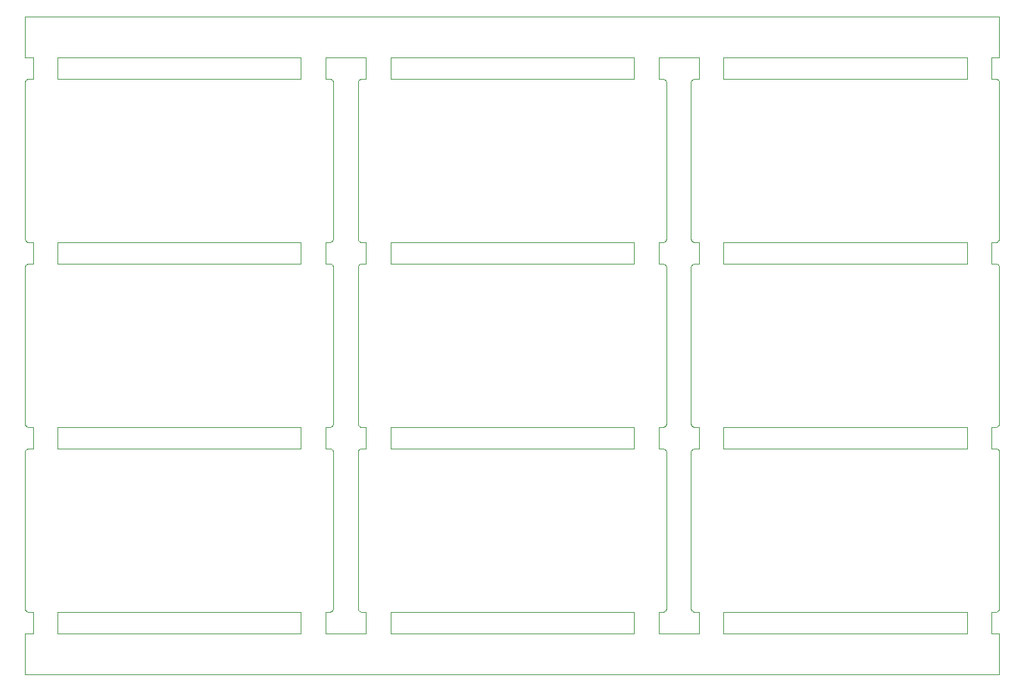
<source format=gm1>
%TF.GenerationSoftware,KiCad,Pcbnew,7.0.5*%
%TF.CreationDate,2023-06-23T14:23:02+02:00*%
%TF.ProjectId,candleLightfd-S01_3x3,63616e64-6c65-44c6-9967-687466642d53,R01*%
%TF.SameCoordinates,PX54d44f0PY5fbfb80*%
%TF.FileFunction,Profile,NP*%
%FSLAX46Y46*%
G04 Gerber Fmt 4.6, Leading zero omitted, Abs format (unit mm)*
G04 Created by KiCad (PCBNEW 7.0.5) date 2023-06-23 14:23:02*
%MOMM*%
%LPD*%
G01*
G04 APERTURE LIST*
%TA.AperFunction,Profile*%
%ADD10C,0.100000*%
%TD*%
G04 APERTURE END LIST*
D10*
X41099350Y50189765D02*
X41050318Y50177070D01*
X81451097Y7879803D02*
X81475677Y7835518D01*
X37200000Y72800000D02*
X36750000Y72800000D01*
X40731123Y72473653D02*
X40715961Y72425327D01*
X81440521Y7902823D02*
X81451097Y7879803D01*
X82400000Y75400000D02*
X82400000Y75400000D01*
X81520620Y52974314D02*
X81537603Y52955517D01*
X78279379Y50025687D02*
X78262396Y50044484D01*
X449415Y50197435D02*
X424286Y50194235D01*
X326347Y30231124D02*
X374673Y30215962D01*
X37689764Y30599351D02*
X37697434Y30649416D01*
X37648902Y27320198D02*
X37624322Y27364483D01*
X37637173Y30457350D02*
X37659478Y30502823D01*
X37200000Y30200000D02*
X37250584Y30202566D01*
X37700000Y27100000D02*
X37697434Y27150585D01*
X399350Y7610236D02*
X449415Y7602566D01*
X78359478Y49897178D02*
X78348902Y49920198D01*
X74450000Y30200000D02*
X74450000Y28900000D01*
X33750000Y27600000D02*
X4000000Y27600000D01*
X4000000Y51500000D02*
X4000000Y51500000D01*
X40855516Y50062397D02*
X40820620Y50025687D01*
X37464482Y30275678D02*
X37506052Y30304613D01*
X40521Y53102823D02*
X62826Y53057350D01*
X75677Y27364483D02*
X51097Y27320198D01*
X78397434Y72350585D02*
X78389764Y72400650D01*
X81489618Y49985635D02*
X81462826Y49942651D01*
X40702565Y8049416D02*
X40705765Y8024287D01*
X41124286Y72794235D02*
X41099350Y72789765D01*
X81849415Y30202566D02*
X81900000Y30200000D01*
X78225686Y27479380D02*
X78206052Y27495388D01*
X104612Y7793948D02*
X120620Y7774314D01*
X37200000Y50200000D02*
X36750000Y50200000D01*
X81462826Y49942651D02*
X81451097Y49920198D01*
X4000000Y75400000D02*
X33750000Y75400000D01*
X37684038Y72425327D02*
X37668876Y72473653D01*
X118885634Y50110382D02*
X118842650Y50137174D01*
X81440521Y30502823D02*
X81451097Y30479803D01*
X78377069Y49849682D02*
X78359478Y49897178D01*
X78310381Y53014366D02*
X78337173Y53057350D01*
X40751097Y72520198D02*
X40731123Y72473653D01*
X119089764Y53199351D02*
X119097434Y53249416D01*
X41700000Y5000000D02*
X36750000Y5000000D01*
X155516Y52937604D02*
X193947Y52904613D01*
X81422930Y53150319D02*
X81440521Y53102823D01*
X89618Y49985635D02*
X62826Y49942651D01*
X37420197Y30251098D02*
X37464482Y30275678D01*
X424286Y27594235D02*
X399350Y27589765D01*
X115150000Y27600000D02*
X85400000Y27600000D01*
X81400000Y8100000D02*
X81402565Y8049416D01*
X78244483Y27462397D02*
X78225686Y27479380D01*
X40700000Y49700000D02*
X40700000Y30700000D01*
X41050318Y7622931D02*
X41099350Y7610236D01*
X118944483Y50062397D02*
X118906052Y50095388D01*
X40855516Y27462397D02*
X40820620Y27425687D01*
X118979379Y27425687D02*
X118944483Y27462397D01*
X155516Y27462397D02*
X120620Y27425687D01*
X37250584Y52802566D02*
X37300649Y52810236D01*
X78262396Y72644484D02*
X78225686Y72679380D01*
X81593947Y30304613D02*
X81635517Y30275678D01*
X78397434Y27150585D02*
X78389764Y27200650D01*
X279802Y30251098D02*
X326347Y30231124D01*
X0Y75400000D02*
X1000000Y75400000D01*
X78377069Y53150319D02*
X78389764Y53199351D01*
X41700000Y30200000D02*
X41700000Y28900000D01*
X40775677Y7835518D02*
X40804612Y7793948D01*
X37349681Y7622931D02*
X37397177Y7640522D01*
X40731123Y53126348D02*
X40740521Y53102823D01*
X40715961Y49825327D02*
X40705765Y49775714D01*
X40521Y7902823D02*
X51097Y7879803D01*
X302822Y7640522D02*
X350318Y7622931D01*
X118906052Y50095388D02*
X118885634Y50110382D01*
X81799350Y52810236D02*
X81849415Y52802566D01*
X40700000Y72300000D02*
X40700000Y53300000D01*
X78097177Y7640522D02*
X78142650Y7662827D01*
X193947Y50095388D02*
X174313Y50079380D01*
X115150000Y5000000D02*
X115150000Y5000000D01*
X78000649Y7610236D02*
X78049681Y7622931D01*
X115150000Y52800000D02*
X115150000Y51500000D01*
X350318Y50177070D02*
X302822Y50159479D01*
X40893947Y52904613D02*
X40914365Y52889619D01*
X81774673Y27584039D02*
X81750318Y27577070D01*
X40702565Y72350585D02*
X40700000Y72300000D01*
X40715961Y27225327D02*
X40705765Y27175714D01*
X118979379Y7774314D02*
X119010381Y7814366D01*
X119084038Y49825327D02*
X119077069Y49849682D01*
X37442650Y50137174D02*
X37420197Y50148903D01*
X77950584Y7602566D02*
X78000649Y7610236D01*
X36750000Y75400000D02*
X41700000Y75400000D01*
X41700000Y51500000D02*
X41700000Y50200000D01*
X81402565Y30649416D02*
X81405765Y30624287D01*
X81440521Y72497178D02*
X81422930Y72449682D01*
X120620Y52974314D02*
X155516Y52937604D01*
X40855516Y72662397D02*
X40820620Y72625687D01*
X81504612Y52993948D02*
X81520620Y52974314D01*
X41700000Y7600000D02*
X41700000Y5000000D01*
X118600000Y27600000D02*
X118150000Y27600000D01*
X235517Y27524323D02*
X193947Y27495388D01*
X82400000Y30200000D02*
X82400000Y28900000D01*
X119089764Y7999351D02*
X119097434Y8049416D01*
X78359478Y53102823D02*
X78377069Y53150319D01*
X78348902Y27320198D02*
X78324322Y27364483D01*
X302822Y52840522D02*
X350318Y52822931D01*
X118979379Y72625687D02*
X118944483Y72662397D01*
X37544483Y27462397D02*
X37506052Y27495388D01*
X41050318Y27577070D02*
X41002822Y27559479D01*
X118650584Y72797435D02*
X118600000Y72800000D01*
X118820197Y50148903D02*
X118773652Y50168877D01*
X78400000Y30700000D02*
X78400000Y49700000D01*
X37300649Y52810236D02*
X37349681Y52822931D01*
X257349Y50137174D02*
X235517Y50124323D01*
X78310381Y30414366D02*
X78337173Y30457350D01*
X74450000Y51500000D02*
X74450000Y51500000D01*
X119099358Y49725325D02*
X119094234Y49775714D01*
X77450000Y5000000D02*
X77450000Y7600000D01*
X36750000Y51500000D02*
X36750000Y52800000D01*
X40702565Y53249416D02*
X40705765Y53224287D01*
X37697434Y27150585D02*
X37694234Y27175714D01*
X31123Y72473653D02*
X15961Y72425327D01*
X37397177Y72759479D02*
X37349681Y72777070D01*
X33750000Y5000000D02*
X4000000Y5000000D01*
X155516Y72662397D02*
X120620Y72625687D01*
X40751097Y49920198D02*
X40731123Y49873653D01*
X37624322Y49964483D02*
X37595387Y50006053D01*
X37637173Y7857350D02*
X37659478Y7902823D01*
X85400000Y75400000D02*
X115150000Y75400000D01*
X37579379Y50025687D02*
X37544483Y50062397D01*
X81702822Y50159479D02*
X81679802Y50148903D01*
X78000649Y30210236D02*
X78049681Y30222931D01*
X1000000Y75400000D02*
X1000000Y72800000D01*
X78206052Y27495388D02*
X78164482Y27524323D01*
X193947Y30304613D02*
X214365Y30289619D01*
X41149415Y30202566D02*
X41200000Y30200000D01*
X41050318Y52822931D02*
X41099350Y52810236D01*
X37694234Y49775714D02*
X37684038Y49825327D01*
X36750000Y5000000D02*
X36750000Y7600000D01*
X81504612Y7793948D02*
X81520620Y7774314D01*
X31123Y53126348D02*
X40521Y53102823D01*
X81462826Y72542651D02*
X81451097Y72520198D01*
X78359478Y30502823D02*
X78377069Y30550319D01*
X81614365Y50110382D02*
X81574313Y50079380D01*
X2565Y72350585D02*
X0Y72300000D01*
X120620Y50025687D02*
X89618Y49985635D01*
X81402565Y72350585D02*
X81400000Y72300000D01*
X40820620Y52974314D02*
X40855516Y52937604D01*
X40731123Y49873653D02*
X40715961Y49825327D01*
X40705765Y30624287D02*
X40715961Y30574674D01*
X118995387Y50006053D02*
X118979379Y50025687D01*
X41149415Y72797435D02*
X41124286Y72794235D01*
X37637173Y49942651D02*
X37624322Y49964483D01*
X118820197Y27548903D02*
X118797177Y27559479D01*
X78397434Y53249416D02*
X78400000Y53300000D01*
X37700000Y53300000D02*
X37700000Y72300000D01*
X81415961Y53174674D02*
X81422930Y53150319D01*
X78397434Y49750585D02*
X78389764Y49800650D01*
X115150000Y28900000D02*
X115150000Y27600000D01*
X214365Y30289619D02*
X257349Y30262827D01*
X449415Y72797435D02*
X424286Y72794235D01*
X81849415Y50197435D02*
X81799350Y50189765D01*
X41074673Y30215962D02*
X41124286Y30205766D01*
X40893947Y27495388D02*
X40874313Y27479380D01*
X119094234Y72375714D02*
X119084038Y72425327D01*
X119010381Y53014366D02*
X119037173Y53057350D01*
X41200000Y7600000D02*
X41700000Y7600000D01*
X44700000Y52800000D02*
X74450000Y52800000D01*
X81774673Y72784039D02*
X81726347Y72768877D01*
X4000000Y7600000D02*
X33750000Y7600000D01*
X37544483Y52937604D02*
X37579379Y52974314D01*
X78097177Y30240522D02*
X78142650Y30262827D01*
X37397177Y27559479D02*
X37349681Y27577070D01*
X40837603Y30355517D02*
X40855516Y30337604D01*
X81504612Y30393948D02*
X81520620Y30374314D01*
X118979379Y30374314D02*
X119010381Y30414366D01*
X174313Y27479380D02*
X155516Y27462397D01*
X118150000Y5000000D02*
X118150000Y7600000D01*
X399350Y27589765D02*
X350318Y27577070D01*
X81415961Y7974674D02*
X81422930Y7950319D01*
X40789618Y49985635D02*
X40762826Y49942651D01*
X78000649Y72789765D02*
X77950584Y72797435D01*
X0Y80400000D02*
X0Y75400000D01*
X81475677Y7835518D02*
X81504612Y7793948D01*
X81520620Y7774314D02*
X81555516Y7737604D01*
X1000000Y5000000D02*
X0Y5000000D01*
X36750000Y30200000D02*
X37200000Y30200000D01*
X78262396Y52955517D02*
X78295387Y52993948D01*
X118600000Y30200000D02*
X118650584Y30202566D01*
X118773652Y50168877D02*
X118749681Y50177070D01*
X119100000Y53300000D02*
X119100000Y72300000D01*
X118797177Y27559479D02*
X118749681Y27577070D01*
X78377069Y72449682D02*
X78359478Y72497178D01*
X77950584Y30202566D02*
X78000649Y30210236D01*
X77450000Y27600000D02*
X77450000Y28900000D01*
X81520620Y72625687D02*
X81489618Y72585635D01*
X81679802Y27548903D02*
X81635517Y27524323D01*
X33750000Y28900000D02*
X33750000Y27600000D01*
X37689764Y7999351D02*
X37697434Y8049416D01*
X81451097Y27320198D02*
X81440521Y27297178D01*
X40893947Y72695388D02*
X40874313Y72679380D01*
X85400000Y27600000D02*
X85400000Y28900000D01*
X78400000Y27100000D02*
X78397434Y27150585D01*
X78295387Y52993948D02*
X78310381Y53014366D01*
X44700000Y75400000D02*
X74450000Y75400000D01*
X40874313Y27479380D02*
X40855516Y27462397D01*
X40935517Y50124323D02*
X40893947Y50095388D01*
X174313Y72679380D02*
X155516Y72662397D01*
X118749681Y52822931D02*
X118797177Y52840522D01*
X118150000Y72800000D02*
X118150000Y75400000D01*
X51097Y27320198D02*
X31123Y27273653D01*
X37659478Y27297178D02*
X37648902Y27320198D01*
X82400000Y75400000D02*
X82400000Y72800000D01*
X44700000Y27600000D02*
X44700000Y27600000D01*
X78377069Y30550319D02*
X78389764Y30599351D01*
X37684038Y27225327D02*
X37668876Y27273653D01*
X85400000Y30200000D02*
X115150000Y30200000D01*
X1000000Y50200000D02*
X500000Y50200000D01*
X41200000Y52800000D02*
X41700000Y52800000D01*
X37689764Y53199351D02*
X37697434Y53249416D01*
X37677069Y7950319D02*
X37689764Y7999351D01*
X41124286Y50194235D02*
X41099350Y50189765D01*
X44700000Y51500000D02*
X44700000Y52800000D01*
X37442650Y27537174D02*
X37420197Y27548903D01*
X81402565Y49750585D02*
X81400000Y49700000D01*
X82400000Y52800000D02*
X82400000Y51500000D01*
X37579379Y7774314D02*
X37610381Y7814366D01*
X40705765Y53224287D02*
X40715961Y53174674D01*
X77450000Y72800000D02*
X77450000Y75400000D01*
X41700000Y27600000D02*
X41200000Y27600000D01*
X40762826Y72542651D02*
X40751097Y72520198D01*
X119059478Y72497178D02*
X119048902Y72520198D01*
X85400000Y7600000D02*
X115150000Y7600000D01*
X118749681Y30222931D02*
X118797177Y30240522D01*
X78389764Y27200650D02*
X78384038Y27225327D01*
X78324322Y49964483D02*
X78295387Y50006053D01*
X118650584Y27597435D02*
X118600000Y27600000D01*
X78389764Y72400650D02*
X78384038Y72425327D01*
X118700649Y7610236D02*
X118749681Y7622931D01*
X81520620Y27425687D02*
X81504612Y27406053D01*
X78225686Y50079380D02*
X78185634Y50110382D01*
X51097Y7879803D02*
X75677Y7835518D01*
X500000Y27600000D02*
X449415Y27597435D01*
X41149415Y50197435D02*
X41124286Y50194235D01*
X78295387Y72606053D02*
X78279379Y72625687D01*
X424286Y72794235D02*
X399350Y72789765D01*
X37694234Y72375714D02*
X37684038Y72425327D01*
X81702822Y27559479D02*
X81679802Y27548903D01*
X40893947Y7704613D02*
X40914365Y7689619D01*
X81410235Y72400650D02*
X81402565Y72350585D01*
X74450000Y7600000D02*
X74450000Y7600000D01*
X119037173Y53057350D02*
X119059478Y53102823D01*
X4000000Y51500000D02*
X4000000Y52800000D01*
X118797177Y7640522D02*
X118842650Y7662827D01*
X2565Y53249416D02*
X5765Y53224287D01*
X81750318Y7622931D02*
X81799350Y7610236D01*
X118600000Y50200000D02*
X118150000Y50200000D01*
X77450000Y30200000D02*
X77900000Y30200000D01*
X81824286Y30205766D02*
X81849415Y30202566D01*
X81702822Y7640522D02*
X81750318Y7622931D01*
X81679802Y7651098D02*
X81702822Y7640522D01*
X118700649Y30210236D02*
X118749681Y30222931D01*
X40715961Y7974674D02*
X40731123Y7926348D01*
X40820620Y27425687D02*
X40804612Y27406053D01*
X37684038Y49825327D02*
X37668876Y49873653D01*
X37464482Y52875678D02*
X37506052Y52904613D01*
X78142650Y52862827D02*
X78185634Y52889619D01*
X118700649Y50189765D02*
X118650584Y50197435D01*
X74450000Y27600000D02*
X44700000Y27600000D01*
X37397177Y50159479D02*
X37349681Y50177070D01*
X119099358Y72325325D02*
X119094234Y72375714D01*
X37275713Y30205766D02*
X37325326Y30215962D01*
X81679802Y52851098D02*
X81726347Y52831124D01*
X40700000Y8100000D02*
X40702565Y8049416D01*
X41099350Y7610236D02*
X41149415Y7602566D01*
X0Y5000000D02*
X0Y0D01*
X118150000Y75400000D02*
X119100000Y75400000D01*
X40702565Y49750585D02*
X40700000Y49700000D01*
X81799350Y7610236D02*
X81849415Y7602566D01*
X81726347Y72768877D02*
X81702822Y72759479D01*
X37595387Y27406053D02*
X37579379Y27425687D01*
X119100000Y75400000D02*
X119100000Y80400000D01*
X37697434Y49750585D02*
X37694234Y49775714D01*
X78400000Y49700000D02*
X78397434Y49750585D01*
X0Y27100000D02*
X0Y8100000D01*
X449415Y30202566D02*
X500000Y30200000D01*
X81574313Y27479380D02*
X81537603Y27444484D01*
X40715961Y72425327D02*
X40705765Y72375714D01*
X115150000Y72800000D02*
X85400000Y72800000D01*
X62826Y72542651D02*
X51097Y72520198D01*
X85400000Y5000000D02*
X85400000Y7600000D01*
X81410235Y7999351D02*
X81415961Y7974674D01*
X74450000Y72800000D02*
X44700000Y72800000D01*
X118842650Y7662827D02*
X118885634Y7689619D01*
X119024322Y72564483D02*
X118995387Y72606053D01*
X85400000Y28900000D02*
X85400000Y28900000D01*
X118906052Y72695388D02*
X118885634Y72710382D01*
X36750000Y7600000D02*
X37200000Y7600000D01*
X37442650Y7662827D02*
X37485634Y7689619D01*
X119037173Y7857350D02*
X119059478Y7902823D01*
X350318Y7622931D02*
X399350Y7610236D01*
X81402565Y8049416D02*
X81410235Y7999351D01*
X40957349Y72737174D02*
X40935517Y72724323D01*
X37442650Y52862827D02*
X37464482Y52875678D01*
X78000649Y27589765D02*
X77950584Y27597435D01*
X81555516Y7737604D02*
X81574313Y7720621D01*
X214365Y7689619D02*
X257349Y7662827D01*
X500000Y30200000D02*
X1000000Y30200000D01*
X119100000Y8100000D02*
X119100000Y27100000D01*
X118944483Y52937604D02*
X118979379Y52974314D01*
X81635517Y30275678D02*
X81679802Y30251098D01*
X235517Y50124323D02*
X193947Y50095388D01*
X81422930Y27249682D02*
X81410235Y27200650D01*
X155516Y30337604D02*
X193947Y30304613D01*
X0Y30700000D02*
X2565Y30649416D01*
X2565Y30649416D02*
X5765Y30624287D01*
X40751097Y27320198D02*
X40731123Y27273653D01*
X1000000Y72800000D02*
X500000Y72800000D01*
X118995387Y72606053D02*
X118979379Y72625687D01*
X119100000Y27100000D02*
X119099358Y27125325D01*
X104612Y27406053D02*
X75677Y27364483D01*
X40893947Y50095388D02*
X40874313Y50079380D01*
X81726347Y50168877D02*
X81702822Y50159479D01*
X37200000Y52800000D02*
X37250584Y52802566D01*
X118906052Y52904613D02*
X118944483Y52937604D01*
X37700000Y49700000D02*
X37697434Y49750585D01*
X119059478Y30502823D02*
X119077069Y30550319D01*
X40855516Y7737604D02*
X40893947Y7704613D01*
X81702822Y72759479D02*
X81679802Y72748903D01*
X37637173Y72542651D02*
X37624322Y72564483D01*
X78164482Y27524323D02*
X78120197Y27548903D01*
X78348902Y7879803D02*
X78359478Y7902823D01*
X41124286Y27594235D02*
X41099350Y27589765D01*
X40979802Y27548903D02*
X40935517Y27524323D01*
X40855516Y30337604D02*
X40893947Y30304613D01*
X37579379Y27425687D02*
X37544483Y27462397D01*
X78120197Y72748903D02*
X78073652Y72768877D01*
X78185634Y52889619D02*
X78225686Y52920621D01*
X75677Y7835518D02*
X104612Y7793948D01*
X40751097Y7879803D02*
X40775677Y7835518D01*
X137603Y30355517D02*
X155516Y30337604D01*
X37485634Y27510382D02*
X37442650Y27537174D01*
X77900000Y72800000D02*
X77450000Y72800000D01*
X119094234Y49775714D02*
X119084038Y49825327D01*
X78000649Y52810236D02*
X78049681Y52822931D01*
X37694234Y27175714D02*
X37684038Y27225327D01*
X40957349Y50137174D02*
X40935517Y50124323D01*
X81402565Y53249416D02*
X81410235Y53199351D01*
X81849415Y72797435D02*
X81799350Y72789765D01*
X119010381Y30414366D02*
X119037173Y30457350D01*
X37579379Y52974314D02*
X37610381Y53014366D01*
X81574313Y7720621D02*
X81593947Y7704613D01*
X44700000Y27600000D02*
X44700000Y28900000D01*
X31123Y30526348D02*
X51097Y30479803D01*
X40700000Y27100000D02*
X40700000Y8100000D01*
X78384038Y49825327D02*
X78377069Y49849682D01*
X119077069Y53150319D02*
X119089764Y53199351D01*
X78389764Y53199351D02*
X78397434Y53249416D01*
X37544483Y50062397D02*
X37506052Y50095388D01*
X78397434Y8049416D02*
X78400000Y8100000D01*
X15961Y49825327D02*
X5765Y49775714D01*
X78000649Y50189765D02*
X77950584Y50197435D01*
X399350Y72789765D02*
X350318Y72777070D01*
X78389764Y7999351D02*
X78397434Y8049416D01*
X37624322Y72564483D02*
X37595387Y72606053D01*
X37677069Y30550319D02*
X37689764Y30599351D01*
X37200000Y7600000D02*
X37250584Y7602566D01*
X40722930Y30550319D02*
X40731123Y30526348D01*
X62826Y53057350D02*
X75677Y53035518D01*
X37506052Y27495388D02*
X37485634Y27510382D01*
X78164482Y72724323D02*
X78120197Y72748903D01*
X78225686Y30320621D02*
X78262396Y30355517D01*
X85400000Y52800000D02*
X115150000Y52800000D01*
X118650584Y50197435D02*
X118600000Y50200000D01*
X302822Y50159479D02*
X257349Y50137174D01*
X1000000Y27600000D02*
X500000Y27600000D01*
X118749681Y27577070D02*
X118700649Y27589765D01*
X374673Y30215962D02*
X424286Y30205766D01*
X118820197Y72748903D02*
X118773652Y72768877D01*
X74450000Y5000000D02*
X44700000Y5000000D01*
X77450000Y75400000D02*
X82400000Y75400000D01*
X500000Y50200000D02*
X449415Y50197435D01*
X37250584Y50197435D02*
X37200000Y50200000D01*
X15961Y53174674D02*
X31123Y53126348D01*
X78384038Y27225327D02*
X78377069Y27249682D01*
X40914365Y30289619D02*
X40957349Y30262827D01*
X118885634Y72710382D02*
X118842650Y72737174D01*
X33750000Y7600000D02*
X33750000Y7600000D01*
X120620Y72625687D02*
X89618Y72585635D01*
X119048902Y72520198D02*
X119024322Y72564483D01*
X81750318Y27577070D02*
X81702822Y27559479D01*
X119010381Y7814366D02*
X119037173Y7857350D01*
X78073652Y72768877D02*
X78025326Y72784039D01*
X78073652Y50168877D02*
X78025326Y50184039D01*
X37610381Y53014366D02*
X37637173Y53057350D01*
X44700000Y72800000D02*
X44700000Y75400000D01*
X78359478Y72497178D02*
X78348902Y72520198D01*
X37250584Y27597435D02*
X37200000Y27600000D01*
X81635517Y7675678D02*
X81679802Y7651098D01*
X104612Y52993948D02*
X120620Y52974314D01*
X74450000Y75400000D02*
X74450000Y72800000D01*
X81451097Y72520198D02*
X81440521Y72497178D01*
X15961Y72425327D02*
X5765Y72375714D01*
X81574313Y72679380D02*
X81537603Y72644484D01*
X118150000Y52800000D02*
X118600000Y52800000D01*
X81451097Y30479803D02*
X81475677Y30435518D01*
X81475677Y27364483D02*
X81451097Y27320198D01*
X118979379Y52974314D02*
X119010381Y53014366D01*
X0Y72300000D02*
X0Y53300000D01*
X257349Y52862827D02*
X279802Y52851098D01*
X37200000Y27600000D02*
X36750000Y27600000D01*
X40957349Y52862827D02*
X40979802Y52851098D01*
X41099350Y52810236D02*
X41149415Y52802566D01*
X78185634Y72710382D02*
X78164482Y72724323D01*
X81574313Y30320621D02*
X81593947Y30304613D01*
X37697434Y30649416D02*
X37700000Y30700000D01*
X37677069Y53150319D02*
X37689764Y53199351D01*
X40731123Y30526348D02*
X40751097Y30479803D01*
X74450000Y28900000D02*
X74450000Y27600000D01*
X77950584Y72797435D02*
X77900000Y72800000D01*
X193947Y27495388D02*
X174313Y27479380D01*
X118842650Y30262827D02*
X118885634Y30289619D01*
X118797177Y52840522D02*
X118842650Y52862827D01*
X40702565Y27150585D02*
X40700000Y27100000D01*
X81489618Y72585635D02*
X81462826Y72542651D01*
X77450000Y7600000D02*
X77900000Y7600000D01*
X77950584Y27597435D02*
X77900000Y27600000D01*
X81422930Y30550319D02*
X81440521Y30502823D01*
X77900000Y30200000D02*
X77950584Y30202566D01*
X119024322Y49964483D02*
X118995387Y50006053D01*
X78025326Y72784039D02*
X78000649Y72789765D01*
X37506052Y30304613D02*
X37544483Y30337604D01*
X118650584Y52802566D02*
X118700649Y52810236D01*
X500000Y7600000D02*
X1000000Y7600000D01*
X78120197Y50148903D02*
X78073652Y50168877D01*
X119077069Y30550319D02*
X119089764Y30599351D01*
X81774673Y50184039D02*
X81726347Y50168877D01*
X33750000Y50200000D02*
X4000000Y50200000D01*
X118650584Y30202566D02*
X118700649Y30210236D01*
X40979802Y7651098D02*
X41002822Y7640522D01*
X33750000Y75400000D02*
X33750000Y75400000D01*
X279802Y27548903D02*
X235517Y27524323D01*
X41050318Y72777070D02*
X41002822Y72759479D01*
X78295387Y7793948D02*
X78324322Y7835518D01*
X193947Y7704613D02*
X214365Y7689619D01*
X40740521Y7902823D02*
X40751097Y7879803D01*
X81726347Y30231124D02*
X81774673Y30215962D01*
X81635517Y27524323D02*
X81593947Y27495388D01*
X37300649Y7610236D02*
X37349681Y7622931D01*
X40914365Y7689619D02*
X40957349Y7662827D01*
X115150000Y51500000D02*
X115150000Y50200000D01*
X350318Y27577070D02*
X302822Y27559479D01*
X78348902Y49920198D02*
X78324322Y49964483D01*
X15961Y7974674D02*
X31123Y7926348D01*
X118944483Y72662397D02*
X118906052Y72695388D01*
X78359478Y7902823D02*
X78377069Y7950319D01*
X82400000Y72800000D02*
X81900000Y72800000D01*
X37506052Y7704613D02*
X37544483Y7737604D01*
X81574313Y52920621D02*
X81614365Y52889619D01*
X81900000Y7600000D02*
X82400000Y7600000D01*
X118150000Y30200000D02*
X118600000Y30200000D01*
X0Y49700000D02*
X0Y30700000D01*
X40705765Y49775714D02*
X40702565Y49750585D01*
X118885634Y52889619D02*
X118906052Y52904613D01*
X119077069Y49849682D02*
X119059478Y49897178D01*
X37668876Y27273653D02*
X37659478Y27297178D01*
X77950584Y50197435D02*
X77900000Y50200000D01*
X44700000Y7600000D02*
X74450000Y7600000D01*
X118944483Y7737604D02*
X118979379Y7774314D01*
X78225686Y72679380D02*
X78185634Y72710382D01*
X37697434Y72350585D02*
X37694234Y72375714D01*
X81614365Y72710382D02*
X81574313Y72679380D01*
X78097177Y52840522D02*
X78142650Y52862827D01*
X22930Y30550319D02*
X31123Y30526348D01*
X37610381Y7814366D02*
X37637173Y7857350D01*
X193947Y52904613D02*
X214365Y52889619D01*
X37420197Y50148903D02*
X37397177Y50159479D01*
X81520620Y30374314D02*
X81537603Y30355517D01*
X81774673Y52815962D02*
X81799350Y52810236D01*
X81537603Y50044484D02*
X81520620Y50025687D01*
X104612Y30393948D02*
X137603Y30355517D01*
X4000000Y27600000D02*
X4000000Y28900000D01*
X5765Y30624287D02*
X15961Y30574674D01*
X37485634Y7689619D02*
X37506052Y7704613D01*
X119100000Y72300000D02*
X119099358Y72325325D01*
X1000000Y51500000D02*
X1000000Y50200000D01*
X119089764Y30599351D02*
X119097434Y30649416D01*
X78225686Y7720621D02*
X78262396Y7755517D01*
X33750000Y51500000D02*
X33750000Y50200000D01*
X37659478Y53102823D02*
X37677069Y53150319D01*
X118749681Y50177070D02*
X118700649Y50189765D01*
X77900000Y27600000D02*
X77450000Y27600000D01*
X115150000Y7600000D02*
X115150000Y5000000D01*
X81574313Y50079380D02*
X81537603Y50044484D01*
X118700649Y52810236D02*
X118749681Y52822931D01*
X37485634Y50110382D02*
X37442650Y50137174D01*
X78295387Y50006053D02*
X78279379Y50025687D01*
X115150000Y5000000D02*
X85400000Y5000000D01*
X37397177Y52840522D02*
X37442650Y52862827D01*
X424286Y30205766D02*
X449415Y30202566D01*
X78049681Y7622931D02*
X78097177Y7640522D01*
X41026347Y30231124D02*
X41074673Y30215962D01*
X41099350Y27589765D02*
X41050318Y27577070D01*
X41099350Y72789765D02*
X41050318Y72777070D01*
X37700000Y72300000D02*
X37697434Y72350585D01*
X77450000Y50200000D02*
X77450000Y51500000D01*
X449415Y27597435D02*
X424286Y27594235D01*
X40789618Y72585635D02*
X40762826Y72542651D01*
X81440521Y53102823D02*
X81451097Y53079803D01*
X41200000Y30200000D02*
X41700000Y30200000D01*
X119100000Y5000000D02*
X118150000Y5000000D01*
X82400000Y28900000D02*
X82400000Y27600000D01*
X41002822Y7640522D02*
X41050318Y7622931D01*
X82400000Y7600000D02*
X82400000Y5000000D01*
X119097434Y53249416D02*
X119100000Y53300000D01*
X33750000Y72800000D02*
X4000000Y72800000D01*
X118842650Y52862827D02*
X118885634Y52889619D01*
X33750000Y52800000D02*
X33750000Y51500000D01*
X0Y8100000D02*
X2565Y8049416D01*
X40740521Y53102823D02*
X40762826Y53057350D01*
X44700000Y5000000D02*
X44700000Y7600000D01*
X37420197Y27548903D02*
X37397177Y27559479D01*
X40762826Y53057350D02*
X40775677Y53035518D01*
X37300649Y50189765D02*
X37250584Y50197435D01*
X2565Y8049416D02*
X5765Y8024287D01*
X37373652Y30231124D02*
X37420197Y30251098D01*
X78337173Y53057350D02*
X78359478Y53102823D01*
X41002822Y52840522D02*
X41050318Y52822931D01*
X118150000Y27600000D02*
X118150000Y28900000D01*
X37485634Y72710382D02*
X37442650Y72737174D01*
X40775677Y53035518D02*
X40804612Y52993948D01*
X5765Y53224287D02*
X15961Y53174674D01*
X81635517Y52875678D02*
X81679802Y52851098D01*
X41149415Y27597435D02*
X41124286Y27594235D01*
X78400000Y53300000D02*
X78400000Y72300000D01*
X81504612Y27406053D02*
X81475677Y27364483D01*
X40874313Y50079380D02*
X40855516Y50062397D01*
X81520620Y50025687D02*
X81489618Y49985635D01*
X15961Y30574674D02*
X22930Y30550319D01*
X74450000Y52800000D02*
X74450000Y51500000D01*
X74450000Y7600000D02*
X74450000Y5000000D01*
X119100000Y80400000D02*
X119100000Y80400000D01*
X81635517Y50124323D02*
X81614365Y50110382D01*
X118944483Y27462397D02*
X118906052Y27495388D01*
X1000000Y7600000D02*
X1000000Y5000000D01*
X118773652Y72768877D02*
X118749681Y72777070D01*
X78295387Y27406053D02*
X78279379Y27425687D01*
X40957349Y30262827D02*
X40979802Y30251098D01*
X81900000Y72800000D02*
X81849415Y72797435D01*
X4000000Y52800000D02*
X33750000Y52800000D01*
X81614365Y52889619D02*
X81635517Y52875678D01*
X78142650Y30262827D02*
X78185634Y30289619D01*
X40820620Y72625687D02*
X40789618Y72585635D01*
X51097Y30479803D02*
X75677Y30435518D01*
X0Y53300000D02*
X2565Y53249416D01*
X118944483Y30337604D02*
X118979379Y30374314D01*
X37544483Y7737604D02*
X37579379Y7774314D01*
X118600000Y52800000D02*
X118650584Y52802566D01*
X40874313Y72679380D02*
X40855516Y72662397D01*
X81799350Y50189765D02*
X81774673Y50184039D01*
X41149415Y52802566D02*
X41200000Y52800000D01*
X78025326Y50184039D02*
X78000649Y50189765D01*
X399350Y50189765D02*
X350318Y50177070D01*
X77900000Y50200000D02*
X77450000Y50200000D01*
X33750000Y30200000D02*
X33750000Y28900000D01*
X119024322Y27364483D02*
X119010381Y27385635D01*
X41700000Y50200000D02*
X41200000Y50200000D01*
X5765Y8024287D02*
X15961Y7974674D01*
X77450000Y52800000D02*
X77900000Y52800000D01*
X85400000Y51500000D02*
X85400000Y51500000D01*
X115150000Y30200000D02*
X115150000Y28900000D01*
X41200000Y72800000D02*
X41149415Y72797435D01*
X78337173Y30457350D02*
X78359478Y30502823D01*
X81410235Y49800650D02*
X81402565Y49750585D01*
X37506052Y52904613D02*
X37544483Y52937604D01*
X81440521Y49897178D02*
X81422930Y49849682D01*
X81475677Y30435518D02*
X81504612Y30393948D01*
X257349Y30262827D02*
X279802Y30251098D01*
X399350Y52810236D02*
X449415Y52802566D01*
X81799350Y72789765D02*
X81774673Y72784039D01*
X36750000Y52800000D02*
X37200000Y52800000D01*
X78185634Y30289619D02*
X78225686Y30320621D01*
X302822Y72759479D02*
X257349Y72737174D01*
X81900000Y50200000D02*
X81849415Y50197435D01*
X37659478Y30502823D02*
X37677069Y30550319D01*
X41200000Y50200000D02*
X41149415Y50197435D01*
X77900000Y52800000D02*
X77950584Y52802566D01*
X37659478Y72497178D02*
X37637173Y72542651D01*
X350318Y72777070D02*
X302822Y72759479D01*
X37579379Y72625687D02*
X37544483Y72662397D01*
X41200000Y27600000D02*
X41149415Y27597435D01*
X85400000Y51500000D02*
X85400000Y52800000D01*
X81451097Y49920198D02*
X81440521Y49897178D01*
X82400000Y27600000D02*
X81900000Y27600000D01*
X119059478Y27297178D02*
X119048902Y27320198D01*
X75677Y53035518D02*
X104612Y52993948D01*
X82400000Y50200000D02*
X81900000Y50200000D01*
X81774673Y30215962D02*
X81824286Y30205766D01*
X75677Y30435518D02*
X104612Y30393948D01*
X119099358Y27125325D02*
X119094234Y27175714D01*
X40820620Y7774314D02*
X40855516Y7737604D01*
X37624322Y27364483D02*
X37595387Y27406053D01*
X82400000Y5000000D02*
X77450000Y5000000D01*
X77900000Y7600000D02*
X77950584Y7602566D01*
X85400000Y72800000D02*
X85400000Y75400000D01*
X118906052Y7704613D02*
X118944483Y7737604D01*
X41149415Y7602566D02*
X41200000Y7600000D01*
X118150000Y28900000D02*
X118150000Y30200000D01*
X40705765Y72375714D02*
X40702565Y72350585D01*
X118150000Y51500000D02*
X118150000Y52800000D01*
X350318Y52822931D02*
X399350Y52810236D01*
X119010381Y27385635D02*
X118979379Y27425687D01*
X119100000Y49700000D02*
X119099358Y49725325D01*
X118150000Y50200000D02*
X118150000Y51500000D01*
X81440521Y27297178D02*
X81422930Y27249682D01*
X81537603Y30355517D02*
X81574313Y30320621D01*
X78359478Y27297178D02*
X78348902Y27320198D01*
X118885634Y27510382D02*
X118842650Y27537174D01*
X81635517Y72724323D02*
X81614365Y72710382D01*
X81400000Y72300000D02*
X81400000Y53300000D01*
X1000000Y30200000D02*
X1000000Y28900000D01*
X81900000Y30200000D02*
X82400000Y30200000D01*
X115150000Y75400000D02*
X115150000Y75400000D01*
X78295387Y30393948D02*
X78310381Y30414366D01*
X77950584Y52802566D02*
X78000649Y52810236D01*
X81451097Y53079803D02*
X81475677Y53035518D01*
X41124286Y30205766D02*
X41149415Y30202566D01*
X81849415Y27597435D02*
X81799350Y27589765D01*
X85400000Y50200000D02*
X85400000Y51500000D01*
X36750000Y50200000D02*
X36750000Y51500000D01*
X37610381Y30414366D02*
X37637173Y30457350D01*
X81422930Y7950319D02*
X81440521Y7902823D01*
X78262396Y7755517D02*
X78295387Y7793948D01*
X81537603Y72644484D02*
X81520620Y72625687D01*
X119077069Y27249682D02*
X119059478Y27297178D01*
X235517Y72724323D02*
X193947Y72695388D01*
X4000000Y50200000D02*
X4000000Y51500000D01*
X37349681Y50177070D02*
X37300649Y50189765D01*
X5765Y72375714D02*
X2565Y72350585D01*
X118600000Y72800000D02*
X118150000Y72800000D01*
X118979379Y50025687D02*
X118944483Y50062397D01*
X81475677Y53035518D02*
X81504612Y52993948D01*
X51097Y72520198D02*
X31123Y72473653D01*
X37397177Y7640522D02*
X37442650Y7662827D01*
X41002822Y27559479D02*
X40979802Y27548903D01*
X81537603Y27444484D02*
X81520620Y27425687D01*
X37250584Y7602566D02*
X37300649Y7610236D01*
X40702565Y30649416D02*
X40705765Y30624287D01*
X118700649Y72789765D02*
X118650584Y72797435D01*
X37544483Y30337604D02*
X37579379Y30374314D01*
X37420197Y72748903D02*
X37397177Y72759479D01*
X118885634Y7689619D02*
X118906052Y7704613D01*
X81400000Y49700000D02*
X81400000Y30700000D01*
X119094234Y27175714D02*
X119084038Y27225327D01*
X500000Y52800000D02*
X1000000Y52800000D01*
X78397434Y30649416D02*
X78400000Y30700000D01*
X15961Y27225327D02*
X5765Y27175714D01*
X40715961Y30574674D02*
X40722930Y30550319D01*
X118150000Y7600000D02*
X118600000Y7600000D01*
X118700649Y27589765D02*
X118650584Y27597435D01*
X37325326Y30215962D02*
X37373652Y30231124D01*
X118906052Y30304613D02*
X118944483Y30337604D01*
X40957349Y7662827D02*
X40979802Y7651098D01*
X51097Y49920198D02*
X31123Y49873653D01*
X78389764Y49800650D02*
X78384038Y49825327D01*
X78279379Y72625687D02*
X78262396Y72644484D01*
X37697434Y8049416D02*
X37700000Y8100000D01*
X81679802Y50148903D02*
X81635517Y50124323D01*
X37506052Y72695388D02*
X37485634Y72710382D01*
X449415Y7602566D02*
X500000Y7600000D01*
X40731123Y27273653D02*
X40715961Y27225327D01*
X119097434Y8049416D02*
X119100000Y8100000D01*
X40700000Y30700000D02*
X40702565Y30649416D01*
X81537603Y52955517D02*
X81574313Y52920621D01*
X78389764Y30599351D02*
X78397434Y30649416D01*
X78142650Y7662827D02*
X78185634Y7689619D01*
X37700000Y8100000D02*
X37700000Y27100000D01*
X4000000Y5000000D02*
X4000000Y7600000D01*
X40705765Y27175714D02*
X40702565Y27150585D01*
X0Y0D02*
X119100000Y0D01*
X81422930Y49849682D02*
X81410235Y49800650D01*
X40762826Y49942651D02*
X40751097Y49920198D01*
X5765Y49775714D02*
X2565Y49750585D01*
X37300649Y72789765D02*
X37250584Y72797435D01*
X78225686Y52920621D02*
X78262396Y52955517D01*
X81410235Y27200650D02*
X81402565Y27150585D01*
X115150000Y50200000D02*
X85400000Y50200000D01*
X119100000Y80400000D02*
X0Y80400000D01*
X81849415Y7602566D02*
X81900000Y7600000D01*
X119084038Y27225327D02*
X119077069Y27249682D01*
X78185634Y7689619D02*
X78225686Y7720621D01*
X81422930Y72449682D02*
X81410235Y72400650D01*
X81799350Y27589765D02*
X81774673Y27584039D01*
X37300649Y27589765D02*
X37250584Y27597435D01*
X118600000Y7600000D02*
X118650584Y7602566D01*
X214365Y52889619D02*
X257349Y52862827D01*
X78324322Y7835518D02*
X78348902Y7879803D01*
X33750000Y75400000D02*
X33750000Y72800000D01*
X81593947Y27495388D02*
X81574313Y27479380D01*
X41700000Y75400000D02*
X41700000Y75400000D01*
X119077069Y72449682D02*
X119059478Y72497178D01*
X40893947Y30304613D02*
X40914365Y30289619D01*
X40935517Y72724323D02*
X40893947Y72695388D01*
X41002822Y72759479D02*
X40957349Y72737174D01*
X37349681Y72777070D02*
X37300649Y72789765D01*
X118885634Y30289619D02*
X118906052Y30304613D01*
X37700000Y30700000D02*
X37700000Y49700000D01*
X37659478Y7902823D02*
X37677069Y7950319D01*
X62826Y49942651D02*
X51097Y49920198D01*
X78120197Y27548903D02*
X78097177Y27559479D01*
X41700000Y28900000D02*
X41700000Y27600000D01*
X40804612Y30393948D02*
X40837603Y30355517D01*
X40705765Y8024287D02*
X40715961Y7974674D01*
X78262396Y50044484D02*
X78225686Y50079380D01*
X40804612Y7793948D02*
X40820620Y7774314D01*
X36750000Y28900000D02*
X36750000Y30200000D01*
X44700000Y28900000D02*
X44700000Y30200000D01*
X44700000Y30200000D02*
X74450000Y30200000D01*
X40804612Y52993948D02*
X40820620Y52974314D01*
X85400000Y28900000D02*
X85400000Y30200000D01*
X78348902Y72520198D02*
X78324322Y72564483D01*
X37595387Y50006053D02*
X37579379Y50025687D01*
X40751097Y30479803D02*
X40775677Y30435518D01*
X118842650Y72737174D02*
X118820197Y72748903D01*
X119048902Y27320198D02*
X119024322Y27364483D01*
X40855516Y52937604D02*
X40893947Y52904613D01*
X37349681Y52822931D02*
X37397177Y52840522D01*
X118842650Y50137174D02*
X118820197Y50148903D01*
X78400000Y72300000D02*
X78397434Y72350585D01*
X82400000Y51500000D02*
X82400000Y50200000D01*
X37637173Y53057350D02*
X37659478Y53102823D01*
X78324322Y72564483D02*
X78295387Y72606053D01*
X37659478Y49897178D02*
X37637173Y49942651D01*
X118842650Y27537174D02*
X118820197Y27548903D01*
X40775677Y27364483D02*
X40751097Y27320198D01*
X81900000Y27600000D02*
X81849415Y27597435D01*
X279802Y52851098D02*
X302822Y52840522D01*
X155516Y50062397D02*
X120620Y50025687D01*
X41002822Y50159479D02*
X40957349Y50137174D01*
X74450000Y50200000D02*
X44700000Y50200000D01*
X78279379Y27425687D02*
X78244483Y27462397D01*
X41700000Y75400000D02*
X41700000Y72800000D01*
X81402565Y27150585D02*
X81400000Y27100000D01*
X31123Y27273653D02*
X15961Y27225327D01*
X37506052Y50095388D02*
X37485634Y50110382D01*
X119077069Y7950319D02*
X119089764Y7999351D01*
X119059478Y7902823D02*
X119077069Y7950319D01*
X37250584Y72797435D02*
X37200000Y72800000D01*
X81410235Y53199351D02*
X81415961Y53174674D01*
X41700000Y72800000D02*
X41200000Y72800000D01*
X37595387Y72606053D02*
X37579379Y72625687D01*
X37544483Y72662397D02*
X37506052Y72695388D01*
X40775677Y30435518D02*
X40804612Y30393948D01*
X118650584Y7602566D02*
X118700649Y7610236D01*
X78185634Y50110382D02*
X78164482Y50124323D01*
X119084038Y72425327D02*
X119077069Y72449682D01*
X37668876Y72473653D02*
X37659478Y72497178D01*
X1000000Y52800000D02*
X1000000Y51500000D01*
X4000000Y30200000D02*
X33750000Y30200000D01*
X81900000Y52800000D02*
X82400000Y52800000D01*
X81679802Y30251098D02*
X81726347Y30231124D01*
X257349Y7662827D02*
X279802Y7651098D01*
X37697434Y53249416D02*
X37700000Y53300000D01*
X40731123Y7926348D02*
X40740521Y7902823D01*
X74450000Y75400000D02*
X74450000Y75400000D01*
X40979802Y52851098D02*
X41002822Y52840522D01*
X78377069Y27249682D02*
X78359478Y27297178D01*
X119100000Y0D02*
X119100000Y5000000D01*
X81400000Y30700000D02*
X81402565Y30649416D01*
X5765Y27175714D02*
X2565Y27150585D01*
X33750000Y27600000D02*
X33750000Y27600000D01*
X78049681Y52822931D02*
X78097177Y52840522D01*
X424286Y50194235D02*
X399350Y50189765D01*
X119097434Y30649416D02*
X119100000Y30700000D01*
X78384038Y72425327D02*
X78377069Y72449682D01*
X40700000Y53300000D02*
X40702565Y53249416D01*
X302822Y27559479D02*
X279802Y27548903D01*
X119059478Y49897178D02*
X119048902Y49920198D01*
X78262396Y30355517D02*
X78295387Y30393948D01*
X33750000Y7600000D02*
X33750000Y5000000D01*
X155516Y7737604D02*
X193947Y7704613D01*
X40935517Y27524323D02*
X40893947Y27495388D01*
X40820620Y50025687D02*
X40789618Y49985635D01*
X2565Y49750585D02*
X0Y49700000D01*
X81679802Y72748903D02*
X81635517Y72724323D01*
X81405765Y30624287D02*
X81410235Y30599351D01*
X74450000Y51500000D02*
X74450000Y50200000D01*
X41050318Y50177070D02*
X41002822Y50159479D01*
X4000000Y28900000D02*
X4000000Y30200000D01*
X37579379Y30374314D02*
X37610381Y30414366D01*
X120620Y27425687D02*
X104612Y27406053D01*
X115150000Y75400000D02*
X115150000Y72800000D01*
X40914365Y52889619D02*
X40957349Y52862827D01*
X174313Y50079380D02*
X155516Y50062397D01*
X81400000Y53300000D02*
X81402565Y53249416D01*
X257349Y72737174D02*
X235517Y72724323D01*
X2565Y27150585D02*
X0Y27100000D01*
X36750000Y27600000D02*
X36750000Y28900000D01*
X118749681Y72777070D02*
X118700649Y72789765D01*
X78097177Y27559479D02*
X78049681Y27577070D01*
X119048902Y49920198D02*
X119024322Y49964483D01*
X89618Y72585635D02*
X62826Y72542651D01*
X118906052Y27495388D02*
X118885634Y27510382D01*
X81726347Y52831124D02*
X81774673Y52815962D01*
X41700000Y52800000D02*
X41700000Y51500000D01*
X31123Y7926348D02*
X40521Y7902823D01*
X193947Y72695388D02*
X174313Y72679380D01*
X40804612Y27406053D02*
X40775677Y27364483D01*
X78400000Y8100000D02*
X78400000Y27100000D01*
X77450000Y28900000D02*
X77450000Y30200000D01*
X119100000Y30700000D02*
X119100000Y49700000D01*
X40979802Y30251098D02*
X41026347Y30231124D01*
X119037173Y30457350D02*
X119059478Y30502823D01*
X119059478Y53102823D02*
X119077069Y53150319D01*
X118749681Y7622931D02*
X118797177Y7640522D01*
X78049681Y27577070D02*
X78000649Y27589765D01*
X279802Y7651098D02*
X302822Y7640522D01*
X44700000Y50200000D02*
X44700000Y51500000D01*
X449415Y52802566D02*
X500000Y52800000D01*
X37668876Y49873653D02*
X37659478Y49897178D01*
X118797177Y30240522D02*
X118842650Y30262827D01*
X81400000Y27100000D02*
X81400000Y8100000D01*
X78377069Y7950319D02*
X78389764Y7999351D01*
X500000Y72800000D02*
X449415Y72797435D01*
X31123Y49873653D02*
X15961Y49825327D01*
X77450000Y51500000D02*
X77450000Y52800000D01*
X78164482Y50124323D02*
X78120197Y50148903D01*
X78324322Y27364483D02*
X78295387Y27406053D01*
X40715961Y53174674D02*
X40731123Y53126348D01*
X81849415Y52802566D02*
X81900000Y52800000D01*
X37250584Y30202566D02*
X37275713Y30205766D01*
X37442650Y72737174D02*
X37420197Y72748903D01*
X37349681Y27577070D02*
X37300649Y27589765D01*
X81593947Y7704613D02*
X81635517Y7675678D01*
X78049681Y30222931D02*
X78097177Y30240522D01*
X1000000Y28900000D02*
X1000000Y27600000D01*
X36750000Y72800000D02*
X36750000Y75400000D01*
X120620Y7774314D02*
X155516Y7737604D01*
X81410235Y30599351D02*
X81422930Y30550319D01*
X4000000Y72800000D02*
X4000000Y75400000D01*
M02*

</source>
